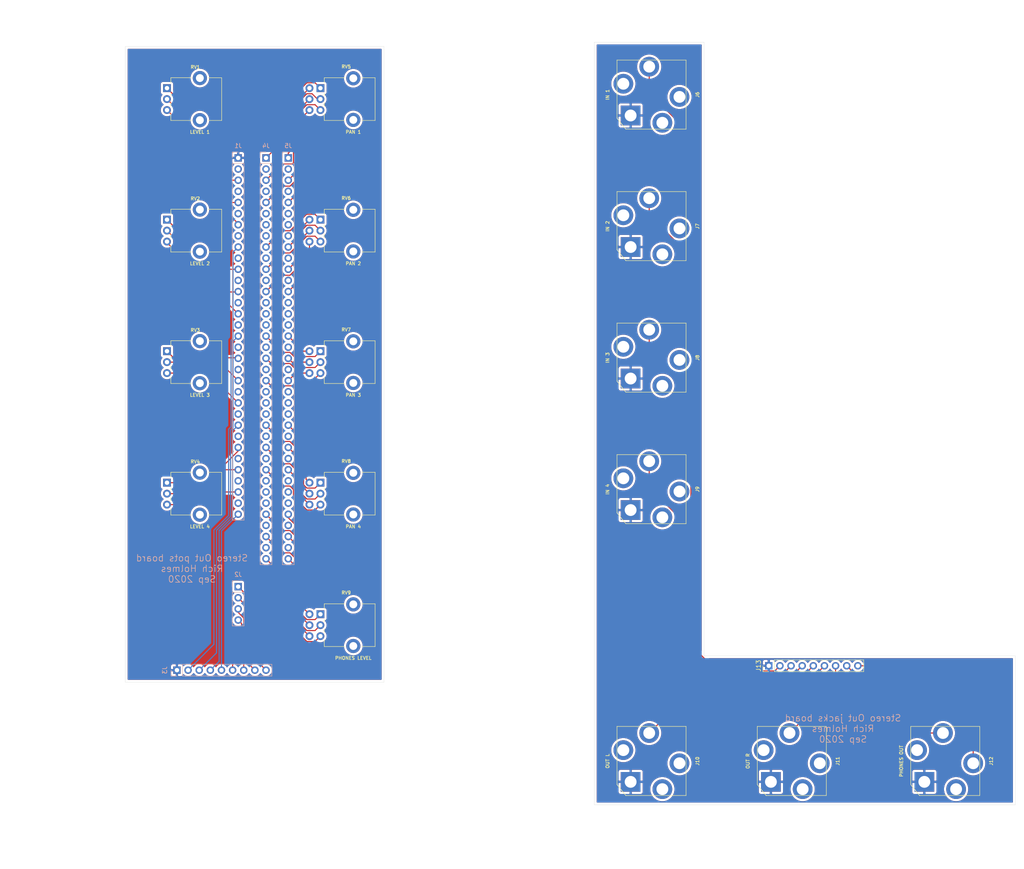
<source format=kicad_pcb>
(kicad_pcb (version 20171130) (host pcbnew 5.1.6-c6e7f7d~87~ubuntu20.04.1)
  (layers (0 F.Cu signal) (31 B.Cu signal) (34 B.Paste user) (35 F.Paste user) (36 B.SilkS user) (37 F.SilkS user) (38 B.Mask user) (39 F.Mask user) (44 Edge.Cuts user))
  (net 0 "")
  (net 1 /IN4)
  (net 2 "Net-(J1-Pad32)")
  (net 3 /LEV4_3)
  (net 4 "Net-(J1-Pad30)")
  (net 5 /LEV4_2)
  (net 6 "Net-(J1-Pad28)")
  (net 7 /LEV4_1)
  (net 8 "Net-(J1-Pad26)")
  (net 9 /IN3)
  (net 10 "Net-(J1-Pad24)")
  (net 11 /LEV3_3)
  (net 12 "Net-(J1-Pad22)")
  (net 13 /LEV3_2)
  (net 14 "Net-(J1-Pad20)")
  (net 15 /LEV3_1)
  (net 16 "Net-(J1-Pad18)")
  (net 17 /IN2)
  (net 18 "Net-(J1-Pad16)")
  (net 19 /LEV2_3)
  (net 20 "Net-(J1-Pad14)")
  (net 21 /LEV2_2)
  (net 22 "Net-(J1-Pad12)")
  (net 23 /LEV2_1)
  (net 24 "Net-(J1-Pad10)")
  (net 25 /IN1)
  (net 26 "Net-(J1-Pad8)")
  (net 27 /LEV1_3)
  (net 28 "Net-(J1-Pad6)")
  (net 29 /LEV1_2)
  (net 30 "Net-(J1-Pad4)")
  (net 31 /LEV1_1)
  (net 32 "Net-(J1-Pad2)")
  (net 33 GND)
  (net 34 /LO)
  (net 35 /RO)
  (net 36 /HL)
  (net 37 /HR)
  (net 38 /HVOL1_3)
  (net 39 "Net-(J4-Pad28)")
  (net 40 /HVOL1_2)
  (net 41 "Net-(J4-Pad26)")
  (net 42 /HVOL1_1)
  (net 43 "Net-(J4-Pad24)")
  (net 44 /PAN4_3)
  (net 45 "Net-(J4-Pad22)")
  (net 46 /PAN4_2)
  (net 47 "Net-(J4-Pad20)")
  (net 48 /PAN4_1)
  (net 49 "Net-(J4-Pad18)")
  (net 50 /PAN3_3)
  (net 51 "Net-(J4-Pad16)")
  (net 52 /PAN3_2)
  (net 53 "Net-(J4-Pad14)")
  (net 54 /PAN3_1)
  (net 55 "Net-(J4-Pad12)")
  (net 56 /PAN2_3)
  (net 57 "Net-(J4-Pad10)")
  (net 58 /PAN2_2)
  (net 59 "Net-(J4-Pad8)")
  (net 60 /PAN2_1)
  (net 61 "Net-(J4-Pad6)")
  (net 62 /PAN1_3)
  (net 63 "Net-(J4-Pad4)")
  (net 64 /PAN1_2)
  (net 65 "Net-(J4-Pad2)")
  (net 66 /PAN1_1)
  (net 67 /HVOL1_6)
  (net 68 "Net-(J5-Pad28)")
  (net 69 /HVOL1_5)
  (net 70 "Net-(J5-Pad26)")
  (net 71 /HVOL1_4)
  (net 72 "Net-(J5-Pad24)")
  (net 73 /PAN4_6)
  (net 74 "Net-(J5-Pad22)")
  (net 75 /PAN4_5)
  (net 76 "Net-(J5-Pad20)")
  (net 77 /PAN4_4)
  (net 78 "Net-(J5-Pad18)")
  (net 79 /PAN3_6)
  (net 80 "Net-(J5-Pad16)")
  (net 81 /PAN3_5)
  (net 82 "Net-(J5-Pad14)")
  (net 83 /PAN3_4)
  (net 84 "Net-(J5-Pad12)")
  (net 85 /PAN2_6)
  (net 86 "Net-(J5-Pad10)")
  (net 87 /PAN2_5)
  (net 88 "Net-(J5-Pad8)")
  (net 89 /PAN2_4)
  (net 90 "Net-(J5-Pad6)")
  (net 91 /PAN1_6)
  (net 92 "Net-(J5-Pad4)")
  (net 93 /PAN1_5)
  (net 94 "Net-(J5-Pad2)")
  (net 95 /PAN1_4)
  (net 96 "Net-(J4-Pad36)")
  (net 97 "Net-(J4-Pad34)")
  (net 98 "Net-(J4-Pad32)")
  (net 99 "Net-(J4-Pad31)")
  (net 100 "Net-(J4-Pad30)")
  (net 101 "Net-(J4-Pad23)")
  (net 102 "Net-(J4-Pad15)")
  (net 103 "Net-(J4-Pad7)")
  (net 104 "Net-(J5-Pad36)")
  (net 105 "Net-(J5-Pad34)")
  (net 106 "Net-(J5-Pad32)")
  (net 107 "Net-(J5-Pad31)")
  (net 108 "Net-(J5-Pad30)")
  (net 109 "Net-(J5-Pad15)")
  (net 110 "Net-(J5-Pad7)")
  (net 111 "Net-(J13-Pad2)")
  (net 112 "Net-(J13-Pad3)")
  (net 113 "Net-(J13-Pad4)")
  (net 114 "Net-(J13-Pad5)")
  (net 115 "Net-(J10-PadT)")
  (net 116 "Net-(J11-PadT)")
  (net 117 "Net-(J12-PadR)")
  (net 118 "Net-(J12-PadT)")
  (net 119 "Net-(J5-Pad23)")
  (module ao_tht:Jack_6.35mm_PJ_629HAN (layer F.Cu) (at 165 56 270)
    (fp_text reference J7 (at 0 -10.5 90) (layer F.SilkS) (effects (font (size 0.75 0.75))))
    (fp_text value AudioJack2)
    (fp_text user "IN 2" (at 0 10 90) (layer F.SilkS) (effects (font (size 0.75 0.75))))
    (pad RN thru_hole circle (at 6.4 -2.5 270) (size 4.500001 4.500001) (drill 2.7) (layers *.Cu *.Mask))
    (pad TN thru_hole circle (at -2.5 6.4 270) (size 4.5 4.5) (drill 2.7) (layers *.Cu *.Mask))
    (pad R thru_hole circle (at 0.5 -6.4 270) (size 4.500001 4.500001) (drill 2.7) (layers *.Cu *.Mask))
    (pad S thru_hole rect (at 4.74 4.74 270) (size 4.500001 4.500001) (drill 2.7) (layers *.Cu *.Mask) (net 33 GND))
    (pad T thru_hole circle (at -6.4 0.5 270) (size 4.5 4.5) (drill 2.7) (layers *.Cu *.Mask) (net 112 "Net-(J13-Pad3)"))
  )
  (module Connector_PinHeader_2.54mm:PinHeader_1x09_P2.54mm_Vertical (layer F.Cu) (at 191.77 156.26 90)
    (fp_text reference J13 (at 0 -2.33 90) (layer F.SilkS))
    (fp_text value Conn_01x09)
    (pad 9 thru_hole oval (at 0 20.32 90) (size 1.7 1.7) (drill 1) (layers *.Cu *.Mask) (net 117 "Net-(J12-PadR)"))
    (pad 8 thru_hole oval (at 0 17.78 90) (size 1.7 1.7) (drill 1) (layers *.Cu *.Mask) (net 118 "Net-(J12-PadT)"))
    (pad 7 thru_hole oval (at 0 15.24 90) (size 1.7 1.7) (drill 1) (layers *.Cu *.Mask) (net 116 "Net-(J11-PadT)"))
    (pad 6 thru_hole oval (at 0 12.7 90) (size 1.7 1.7) (drill 1) (layers *.Cu *.Mask) (net 115 "Net-(J10-PadT)"))
    (pad 5 thru_hole oval (at 0 10.16 90) (size 1.7 1.7) (drill 1) (layers *.Cu *.Mask) (net 114 "Net-(J13-Pad5)"))
    (pad 4 thru_hole oval (at 0 7.62 90) (size 1.7 1.7) (drill 1) (layers *.Cu *.Mask) (net 113 "Net-(J13-Pad4)"))
    (pad 3 thru_hole oval (at 0 5.08 90) (size 1.7 1.7) (drill 1) (layers *.Cu *.Mask) (net 112 "Net-(J13-Pad3)"))
    (pad 2 thru_hole oval (at 0 2.54 90) (size 1.7 1.7) (drill 1) (layers *.Cu *.Mask) (net 111 "Net-(J13-Pad2)"))
    (pad 1 thru_hole rect (at 0 0 90) (size 1.7 1.7) (drill 1) (layers *.Cu *.Mask) (net 33 GND))
  )
  (module ao_tht:Jack_6.35mm_PJ_629HAN (layer F.Cu) (at 165 178 270)
    (fp_text reference J10 (at 0 -10.5 90) (layer F.SilkS) (effects (font (size 0.75 0.75))))
    (fp_text value AudioJack2)
    (fp_text user "OUT L" (at 0 10 90) (layer F.SilkS) (effects (font (size 0.75 0.75))))
    (pad RN thru_hole circle (at 6.4 -2.5 270) (size 4.500001 4.500001) (drill 2.7) (layers *.Cu *.Mask))
    (pad TN thru_hole circle (at -2.5 6.4 270) (size 4.5 4.5) (drill 2.7) (layers *.Cu *.Mask))
    (pad R thru_hole circle (at 0.5 -6.4 270) (size 4.500001 4.500001) (drill 2.7) (layers *.Cu *.Mask))
    (pad S thru_hole rect (at 4.74 4.74 270) (size 4.500001 4.500001) (drill 2.7) (layers *.Cu *.Mask) (net 33 GND))
    (pad T thru_hole circle (at -6.4 0.5 270) (size 4.5 4.5) (drill 2.7) (layers *.Cu *.Mask) (net 115 "Net-(J10-PadT)"))
  )
  (module ao_tht:Jack_6.35mm_PJ_629HAN (layer F.Cu) (at 165 26 270)
    (fp_text reference J6 (at 0 -10.5 90) (layer F.SilkS) (effects (font (size 0.75 0.75))))
    (fp_text value AudioJack2)
    (fp_text user "IN 1" (at 0 10 90) (layer F.SilkS) (effects (font (size 0.75 0.75))))
    (pad RN thru_hole circle (at 6.4 -2.5 270) (size 4.500001 4.500001) (drill 2.7) (layers *.Cu *.Mask))
    (pad TN thru_hole circle (at -2.5 6.4 270) (size 4.5 4.5) (drill 2.7) (layers *.Cu *.Mask))
    (pad R thru_hole circle (at 0.5 -6.4 270) (size 4.500001 4.500001) (drill 2.7) (layers *.Cu *.Mask))
    (pad S thru_hole rect (at 4.74 4.74 270) (size 4.500001 4.500001) (drill 2.7) (layers *.Cu *.Mask) (net 33 GND))
    (pad T thru_hole circle (at -6.4 0.5 270) (size 4.5 4.5) (drill 2.7) (layers *.Cu *.Mask) (net 111 "Net-(J13-Pad2)"))
  )
  (module ao_tht:Jack_6.35mm_PJ_629HAN (layer F.Cu) (at 165 116 270)
    (fp_text reference J9 (at 0 -10.5 90) (layer F.SilkS) (effects (font (size 0.75 0.75))))
    (fp_text value AudioJack2)
    (fp_text user "IN 4" (at 0 10 90) (layer F.SilkS) (effects (font (size 0.75 0.75))))
    (pad RN thru_hole circle (at 6.4 -2.5 270) (size 4.500001 4.500001) (drill 2.7) (layers *.Cu *.Mask))
    (pad TN thru_hole circle (at -2.5 6.4 270) (size 4.5 4.5) (drill 2.7) (layers *.Cu *.Mask))
    (pad R thru_hole circle (at 0.5 -6.4 270) (size 4.500001 4.500001) (drill 2.7) (layers *.Cu *.Mask))
    (pad S thru_hole rect (at 4.74 4.74 270) (size 4.500001 4.500001) (drill 2.7) (layers *.Cu *.Mask) (net 33 GND))
    (pad T thru_hole circle (at -6.4 0.5 270) (size 4.5 4.5) (drill 2.7) (layers *.Cu *.Mask) (net 114 "Net-(J13-Pad5)"))
  )
  (module ao_tht:Jack_6.35mm_PJ_629HAN (layer F.Cu) (at 232 178 270)
    (fp_text reference J12 (at 0 -10.5 90) (layer F.SilkS) (effects (font (size 0.75 0.75))))
    (fp_text value AudioJack3)
    (fp_text user "PHONES OUT" (at 0 10 90) (layer F.SilkS) (effects (font (size 0.75 0.75))))
    (pad RN thru_hole circle (at 6.4 -2.5 270) (size 4.500001 4.500001) (drill 2.7) (layers *.Cu *.Mask))
    (pad TN thru_hole circle (at -2.5 6.4 270) (size 4.5 4.5) (drill 2.7) (layers *.Cu *.Mask))
    (pad R thru_hole circle (at 0.5 -6.4 270) (size 4.500001 4.500001) (drill 2.7) (layers *.Cu *.Mask) (net 117 "Net-(J12-PadR)"))
    (pad S thru_hole rect (at 4.74 4.74 270) (size 4.500001 4.500001) (drill 2.7) (layers *.Cu *.Mask) (net 33 GND))
    (pad T thru_hole circle (at -6.4 0.5 270) (size 4.5 4.5) (drill 2.7) (layers *.Cu *.Mask) (net 118 "Net-(J12-PadT)"))
  )
  (module ao_tht:Jack_6.35mm_PJ_629HAN (layer F.Cu) (at 165 86 270)
    (fp_text reference J8 (at 0 -10.5 90) (layer F.SilkS) (effects (font (size 0.75 0.75))))
    (fp_text value AudioJack2)
    (fp_text user "IN 3" (at 0 10 90) (layer F.SilkS) (effects (font (size 0.75 0.75))))
    (pad RN thru_hole circle (at 6.4 -2.5 270) (size 4.500001 4.500001) (drill 2.7) (layers *.Cu *.Mask))
    (pad TN thru_hole circle (at -2.5 6.4 270) (size 4.5 4.5) (drill 2.7) (layers *.Cu *.Mask))
    (pad R thru_hole circle (at 0.5 -6.4 270) (size 4.500001 4.500001) (drill 2.7) (layers *.Cu *.Mask))
    (pad S thru_hole rect (at 4.74 4.74 270) (size 4.500001 4.500001) (drill 2.7) (layers *.Cu *.Mask) (net 33 GND))
    (pad T thru_hole circle (at -6.4 0.5 270) (size 4.5 4.5) (drill 2.7) (layers *.Cu *.Mask) (net 113 "Net-(J13-Pad4)"))
  )
  (module ao_tht:Jack_6.35mm_PJ_629HAN (layer F.Cu) (at 197 178 270)
    (fp_text reference J11 (at 0 -10.5 90) (layer F.SilkS) (effects (font (size 0.75 0.75))))
    (fp_text value AudioJack2)
    (fp_text user "OUT R" (at 0 10 90) (layer F.SilkS) (effects (font (size 0.75 0.75))))
    (pad RN thru_hole circle (at 6.4 -2.5 270) (size 4.500001 4.500001) (drill 2.7) (layers *.Cu *.Mask))
    (pad TN thru_hole circle (at -2.5 6.4 270) (size 4.5 4.5) (drill 2.7) (layers *.Cu *.Mask))
    (pad R thru_hole circle (at 0.5 -6.4 270) (size 4.500001 4.500001) (drill 2.7) (layers *.Cu *.Mask))
    (pad S thru_hole rect (at 4.74 4.74 270) (size 4.500001 4.500001) (drill 2.7) (layers *.Cu *.Mask) (net 33 GND))
    (pad T thru_hole circle (at -6.4 0.5 270) (size 4.5 4.5) (drill 2.7) (layers *.Cu *.Mask) (net 116 "Net-(J11-PadT)"))
  )
  (module ao_tht:Potentiometer_Alpha_RD902F-40-00D_Dual_Vertical_CircularHoles_centered (layer F.Cu) (at 97 57)
    (fp_text reference RV6 (at -1.63 -7.4 180) (layer F.SilkS) (effects (font (size 0.75 0.75))))
    (fp_text value R_POT)
    (fp_text user "PAN 2" (at 0 7.5) (layer F.SilkS) (effects (font (size 0.75 0.75))))
    (pad 1 thru_hole rect (at -7.5 -2.5 90) (size 1.8 1.8) (drill 1) (layers *.Cu *.Mask) (net 60 /PAN2_1))
    (pad 2 thru_hole circle (at -7.5 0 90) (size 1.8 1.8) (drill 1) (layers *.Cu *.Mask) (net 58 /PAN2_2))
    (pad 3 thru_hole circle (at -7.5 2.5 90) (size 1.8 1.8) (drill 1) (layers *.Cu *.Mask) (net 56 /PAN2_3))
    (pad "" thru_hole circle (at 0 4.75 90) (size 3.24 3.24) (drill 1.8) (layers *.Cu *.Mask))
    (pad "" thru_hole circle (at 0 -4.75 90) (size 3.24 3.24) (drill 1.8) (layers *.Cu *.Mask))
    (pad 6 thru_hole circle (at -10 2.5 90) (size 1.8 1.8) (drill 1) (layers *.Cu *.Mask) (net 85 /PAN2_6))
    (pad 5 thru_hole circle (at -10 0 90) (size 1.8 1.8) (drill 1) (layers *.Cu *.Mask) (net 87 /PAN2_5))
    (pad 4 thru_hole circle (at -10 -2.5 90) (size 1.8 1.8) (drill 1) (layers *.Cu *.Mask) (net 89 /PAN2_4))
  )
  (module Connector_PinSocket_2.54mm:PinSocket_1x09_P2.54mm_Vertical (layer B.Cu) (at 56.77 157.26 270)
    (fp_text reference J3 (at 0 2.77 270) (layer B.SilkS) (effects (justify mirror)))
    (fp_text value Conn_01x09)
    (pad 1 thru_hole rect (at 0 0 270) (size 1.7 1.7) (drill 1) (layers *.Cu *.Mask) (net 33 GND))
    (pad 2 thru_hole oval (at 0 -2.54 270) (size 1.7 1.7) (drill 1) (layers *.Cu *.Mask) (net 25 /IN1))
    (pad 3 thru_hole oval (at 0 -5.08 270) (size 1.7 1.7) (drill 1) (layers *.Cu *.Mask) (net 17 /IN2))
    (pad 4 thru_hole oval (at 0 -7.62 270) (size 1.7 1.7) (drill 1) (layers *.Cu *.Mask) (net 9 /IN3))
    (pad 5 thru_hole oval (at 0 -10.16 270) (size 1.7 1.7) (drill 1) (layers *.Cu *.Mask) (net 1 /IN4))
    (pad 6 thru_hole oval (at 0 -12.7 270) (size 1.7 1.7) (drill 1) (layers *.Cu *.Mask) (net 34 /LO))
    (pad 7 thru_hole oval (at 0 -15.24 270) (size 1.7 1.7) (drill 1) (layers *.Cu *.Mask) (net 35 /RO))
    (pad 8 thru_hole oval (at 0 -17.78 270) (size 1.7 1.7) (drill 1) (layers *.Cu *.Mask) (net 36 /HL))
    (pad 9 thru_hole oval (at 0 -20.32 270) (size 1.7 1.7) (drill 1) (layers *.Cu *.Mask) (net 37 /HR))
  )
  (module ao_tht:Potentiometer_Alpha_RD902F-40-00D_Dual_Vertical_CircularHoles_centered (layer F.Cu) (at 97 87)
    (fp_text reference RV7 (at -1.63 -7.4 180) (layer F.SilkS) (effects (font (size 0.75 0.75))))
    (fp_text value R_POT)
    (fp_text user "PAN 3" (at 0 7.5) (layer F.SilkS) (effects (font (size 0.75 0.75))))
    (pad 1 thru_hole rect (at -7.5 -2.5 90) (size 1.8 1.8) (drill 1) (layers *.Cu *.Mask) (net 54 /PAN3_1))
    (pad 2 thru_hole circle (at -7.5 0 90) (size 1.8 1.8) (drill 1) (layers *.Cu *.Mask) (net 52 /PAN3_2))
    (pad 3 thru_hole circle (at -7.5 2.5 90) (size 1.8 1.8) (drill 1) (layers *.Cu *.Mask) (net 50 /PAN3_3))
    (pad "" thru_hole circle (at 0 4.75 90) (size 3.24 3.24) (drill 1.8) (layers *.Cu *.Mask))
    (pad "" thru_hole circle (at 0 -4.75 90) (size 3.24 3.24) (drill 1.8) (layers *.Cu *.Mask))
    (pad 6 thru_hole circle (at -10 2.5 90) (size 1.8 1.8) (drill 1) (layers *.Cu *.Mask) (net 79 /PAN3_6))
    (pad 5 thru_hole circle (at -10 0 90) (size 1.8 1.8) (drill 1) (layers *.Cu *.Mask) (net 81 /PAN3_5))
    (pad 4 thru_hole circle (at -10 -2.5 90) (size 1.8 1.8) (drill 1) (layers *.Cu *.Mask) (net 83 /PAN3_4))
  )
  (module ao_tht:Potentiometer_Alpha_RD902F-40-00D_Dual_Vertical_CircularHoles_centered (layer F.Cu) (at 97 147)
    (fp_text reference RV9 (at -1.63 -7.4 180) (layer F.SilkS) (effects (font (size 0.75 0.75))))
    (fp_text value R_POT)
    (fp_text user "PHONES LEVEL" (at 0 7.5) (layer F.SilkS) (effects (font (size 0.75 0.75))))
    (pad 1 thru_hole rect (at -7.5 -2.5 90) (size 1.8 1.8) (drill 1) (layers *.Cu *.Mask) (net 42 /HVOL1_1))
    (pad 2 thru_hole circle (at -7.5 0 90) (size 1.8 1.8) (drill 1) (layers *.Cu *.Mask) (net 40 /HVOL1_2))
    (pad 3 thru_hole circle (at -7.5 2.5 90) (size 1.8 1.8) (drill 1) (layers *.Cu *.Mask) (net 38 /HVOL1_3))
    (pad "" thru_hole circle (at 0 4.75 90) (size 3.24 3.24) (drill 1.8) (layers *.Cu *.Mask))
    (pad "" thru_hole circle (at 0 -4.75 90) (size 3.24 3.24) (drill 1.8) (layers *.Cu *.Mask))
    (pad 6 thru_hole circle (at -10 2.5 90) (size 1.8 1.8) (drill 1) (layers *.Cu *.Mask) (net 67 /HVOL1_6))
    (pad 5 thru_hole circle (at -10 0 90) (size 1.8 1.8) (drill 1) (layers *.Cu *.Mask) (net 69 /HVOL1_5))
    (pad 4 thru_hole circle (at -10 -2.5 90) (size 1.8 1.8) (drill 1) (layers *.Cu *.Mask) (net 71 /HVOL1_4))
  )
  (module Connector_PinSocket_2.54mm:PinSocket_1x37_P2.54mm_Vertical (layer B.Cu) (at 82.17 40.42 180)
    (fp_text reference J5 (at 0 2.77) (layer B.SilkS) (effects (justify mirror)))
    (fp_text value Conn_01x37)
    (pad 1 thru_hole rect (at 0 0 180) (size 1.7 1.7) (drill 1) (layers *.Cu *.Mask) (net 95 /PAN1_4))
    (pad 2 thru_hole oval (at 0 -2.54 180) (size 1.7 1.7) (drill 1) (layers *.Cu *.Mask) (net 94 "Net-(J5-Pad2)"))
    (pad 3 thru_hole oval (at 0 -5.08 180) (size 1.7 1.7) (drill 1) (layers *.Cu *.Mask) (net 93 /PAN1_5))
    (pad 4 thru_hole oval (at 0 -7.62 180) (size 1.7 1.7) (drill 1) (layers *.Cu *.Mask) (net 92 "Net-(J5-Pad4)"))
    (pad 5 thru_hole oval (at 0 -10.16 180) (size 1.7 1.7) (drill 1) (layers *.Cu *.Mask) (net 91 /PAN1_6))
    (pad 6 thru_hole oval (at 0 -12.7 180) (size 1.7 1.7) (drill 1) (layers *.Cu *.Mask) (net 90 "Net-(J5-Pad6)"))
    (pad 7 thru_hole oval (at 0 -15.24 180) (size 1.7 1.7) (drill 1) (layers *.Cu *.Mask) (net 110 "Net-(J5-Pad7)"))
    (pad 8 thru_hole oval (at 0 -17.78 180) (size 1.7 1.7) (drill 1) (layers *.Cu *.Mask) (net 88 "Net-(J5-Pad8)"))
    (pad 9 thru_hole oval (at 0 -20.32 180) (size 1.7 1.7) (drill 1) (layers *.Cu *.Mask) (net 89 /PAN2_4))
    (pad 10 thru_hole oval (at 0 -22.86 180) (size 1.7 1.7) (drill 1) (layers *.Cu *.Mask) (net 86 "Net-(J5-Pad10)"))
    (pad 11 thru_hole oval (at 0 -25.4 180) (size 1.7 1.7) (drill 1) (layers *.Cu *.Mask) (net 87 /PAN2_5))
    (pad 12 thru_hole oval (at 0 -27.94 180) (size 1.7 1.7) (drill 1) (layers *.Cu *.Mask) (net 84 "Net-(J5-Pad12)"))
    (pad 13 thru_hole oval (at 0 -30.48 180) (size 1.7 1.7) (drill 1) (layers *.Cu *.Mask) (net 85 /PAN2_6))
    (pad 14 thru_hole oval (at 0 -33.02 180) (size 1.7 1.7) (drill 1) (layers *.Cu *.Mask) (net 82 "Net-(J5-Pad14)"))
    (pad 15 thru_hole oval (at 0 -35.56 180) (size 1.7 1.7) (drill 1) (layers *.Cu *.Mask) (net 109 "Net-(J5-Pad15)"))
    (pad 16 thru_hole oval (at 0 -38.1 180) (size 1.7 1.7) (drill 1) (layers *.Cu *.Mask) (net 80 "Net-(J5-Pad16)"))
    (pad 17 thru_hole oval (at 0 -40.64 180) (size 1.7 1.7) (drill 1) (layers *.Cu *.Mask) (net 83 /PAN3_4))
    (pad 18 thru_hole oval (at 0 -43.18 180) (size 1.7 1.7) (drill 1) (layers *.Cu *.Mask) (net 78 "Net-(J5-Pad18)"))
    (pad 19 thru_hole oval (at 0 -45.72 180) (size 1.7 1.7) (drill 1) (layers *.Cu *.Mask) (net 81 /PAN3_5))
    (pad 20 thru_hole oval (at 0 -48.26 180) (size 1.7 1.7) (drill 1) (layers *.Cu *.Mask) (net 76 "Net-(J5-Pad20)"))
    (pad 21 thru_hole oval (at 0 -50.8 180) (size 1.7 1.7) (drill 1) (layers *.Cu *.Mask) (net 79 /PAN3_6))
    (pad 22 thru_hole oval (at 0 -53.34 180) (size 1.7 1.7) (drill 1) (layers *.Cu *.Mask) (net 74 "Net-(J5-Pad22)"))
    (pad 23 thru_hole oval (at 0 -55.88 180) (size 1.7 1.7) (drill 1) (layers *.Cu *.Mask) (net 119 "Net-(J5-Pad23)"))
    (pad 24 thru_hole oval (at 0 -58.42 180) (size 1.7 1.7) (drill 1) (layers *.Cu *.Mask) (net 72 "Net-(J5-Pad24)"))
    (pad 25 thru_hole oval (at 0 -60.96 180) (size 1.7 1.7) (drill 1) (layers *.Cu *.Mask) (net 77 /PAN4_4))
    (pad 26 thru_hole oval (at 0 -63.5 180) (size 1.7 1.7) (drill 1) (layers *.Cu *.Mask) (net 70 "Net-(J5-Pad26)"))
    (pad 27 thru_hole oval (at 0 -66.04 180) (size 1.7 1.7) (drill 1) (layers *.Cu *.Mask) (net 75 /PAN4_5))
    (pad 28 thru_hole oval (at 0 -68.58 180) (size 1.7 1.7) (drill 1) (layers *.Cu *.Mask) (net 68 "Net-(J5-Pad28)"))
    (pad 29 thru_hole oval (at 0 -71.12 180) (size 1.7 1.7) (drill 1) (layers *.Cu *.Mask) (net 73 /PAN4_6))
    (pad 30 thru_hole oval (at 0 -73.66 180) (size 1.7 1.7) (drill 1) (layers *.Cu *.Mask) (net 108 "Net-(J5-Pad30)"))
    (pad 31 thru_hole oval (at 0 -76.2 180) (size 1.7 1.7) (drill 1) (layers *.Cu *.Mask) (net 107 "Net-(J5-Pad31)"))
    (pad 32 thru_hole oval (at 0 -78.74 180) (size 1.7 1.7) (drill 1) (layers *.Cu *.Mask) (net 106 "Net-(J5-Pad32)"))
    (pad 33 thru_hole oval (at 0 -81.28 180) (size 1.7 1.7) (drill 1) (layers *.Cu *.Mask) (net 71 /HVOL1_4))
    (pad 34 thru_hole oval (at 0 -83.82 180) (size 1.7 1.7) (drill 1) (layers *.Cu *.Mask) (net 105 "Net-(J5-Pad34)"))
    (pad 35 thru_hole oval (at 0 -86.36 180) (size 1.7 1.7) (drill 1) (layers *.Cu *.Mask) (net 69 /HVOL1_5))
    (pad 36 thru_hole oval (at 0 -88.9 180) (size 1.7 1.7) (drill 1) (layers *.Cu *.Mask) (net 104 "Net-(J5-Pad36)"))
    (pad 37 thru_hole oval (at 0 -91.44 180) (size 1.7 1.7) (drill 1) (layers *.Cu *.Mask) (net 67 /HVOL1_6))
  )
  (module Connector_PinSocket_2.54mm:PinSocket_1x37_P2.54mm_Vertical (layer B.Cu) (at 77.09 40.42 180)
    (fp_text reference J4 (at 0 2.77) (layer B.SilkS) (effects (justify mirror)))
    (fp_text value Conn_01x37)
    (pad 37 thru_hole oval (at 0 -91.44 180) (size 1.7 1.7) (drill 1) (layers *.Cu *.Mask) (net 38 /HVOL1_3))
    (pad 36 thru_hole oval (at 0 -88.9 180) (size 1.7 1.7) (drill 1) (layers *.Cu *.Mask) (net 96 "Net-(J4-Pad36)"))
    (pad 35 thru_hole oval (at 0 -86.36 180) (size 1.7 1.7) (drill 1) (layers *.Cu *.Mask) (net 40 /HVOL1_2))
    (pad 34 thru_hole oval (at 0 -83.82 180) (size 1.7 1.7) (drill 1) (layers *.Cu *.Mask) (net 97 "Net-(J4-Pad34)"))
    (pad 33 thru_hole oval (at 0 -81.28 180) (size 1.7 1.7) (drill 1) (layers *.Cu *.Mask) (net 42 /HVOL1_1))
    (pad 32 thru_hole oval (at 0 -78.74 180) (size 1.7 1.7) (drill 1) (layers *.Cu *.Mask) (net 98 "Net-(J4-Pad32)"))
    (pad 31 thru_hole oval (at 0 -76.2 180) (size 1.7 1.7) (drill 1) (layers *.Cu *.Mask) (net 99 "Net-(J4-Pad31)"))
    (pad 30 thru_hole oval (at 0 -73.66 180) (size 1.7 1.7) (drill 1) (layers *.Cu *.Mask) (net 100 "Net-(J4-Pad30)"))
    (pad 29 thru_hole oval (at 0 -71.12 180) (size 1.7 1.7) (drill 1) (layers *.Cu *.Mask) (net 44 /PAN4_3))
    (pad 28 thru_hole oval (at 0 -68.58 180) (size 1.7 1.7) (drill 1) (layers *.Cu *.Mask) (net 39 "Net-(J4-Pad28)"))
    (pad 27 thru_hole oval (at 0 -66.04 180) (size 1.7 1.7) (drill 1) (layers *.Cu *.Mask) (net 46 /PAN4_2))
    (pad 26 thru_hole oval (at 0 -63.5 180) (size 1.7 1.7) (drill 1) (layers *.Cu *.Mask) (net 41 "Net-(J4-Pad26)"))
    (pad 25 thru_hole oval (at 0 -60.96 180) (size 1.7 1.7) (drill 1) (layers *.Cu *.Mask) (net 48 /PAN4_1))
    (pad 24 thru_hole oval (at 0 -58.42 180) (size 1.7 1.7) (drill 1) (layers *.Cu *.Mask) (net 43 "Net-(J4-Pad24)"))
    (pad 23 thru_hole oval (at 0 -55.88 180) (size 1.7 1.7) (drill 1) (layers *.Cu *.Mask) (net 101 "Net-(J4-Pad23)"))
    (pad 22 thru_hole oval (at 0 -53.34 180) (size 1.7 1.7) (drill 1) (layers *.Cu *.Mask) (net 45 "Net-(J4-Pad22)"))
    (pad 21 thru_hole oval (at 0 -50.8 180) (size 1.7 1.7) (drill 1) (layers *.Cu *.Mask) (net 50 /PAN3_3))
    (pad 20 thru_hole oval (at 0 -48.26 180) (size 1.7 1.7) (drill 1) (layers *.Cu *.Mask) (net 47 "Net-(J4-Pad20)"))
    (pad 19 thru_hole oval (at 0 -45.72 180) (size 1.7 1.7) (drill 1) (layers *.Cu *.Mask) (net 52 /PAN3_2))
    (pad 18 thru_hole oval (at 0 -43.18 180) (size 1.7 1.7) (drill 1) (layers *.Cu *.Mask) (net 49 "Net-(J4-Pad18)"))
    (pad 17 thru_hole oval (at 0 -40.64 180) (size 1.7 1.7) (drill 1) (layers *.Cu *.Mask) (net 54 /PAN3_1))
    (pad 16 thru_hole oval (at 0 -38.1 180) (size 1.7 1.7) (drill 1) (layers *.Cu *.Mask) (net 51 "Net-(J4-Pad16)"))
    (pad 15 thru_hole oval (at 0 -35.56 180) (size 1.7 1.7) (drill 1) (layers *.Cu *.Mask) (net 102 "Net-(J4-Pad15)"))
    (pad 14 thru_hole oval (at 0 -33.02 180) (size 1.7 1.7) (drill 1) (layers *.Cu *.Mask) (net 53 "Net-(J4-Pad14)"))
    (pad 13 thru_hole oval (at 0 -30.48 180) (size 1.7 1.7) (drill 1) (layers *.Cu *.Mask) (net 56 /PAN2_3))
    (pad 12 thru_hole oval (at 0 -27.94 180) (size 1.7 1.7) (drill 1) (layers *.Cu *.Mask) (net 55 "Net-(J4-Pad12)"))
    (pad 11 thru_hole oval (at 0 -25.4 180) (size 1.7 1.7) (drill 1) (layers *.Cu *.Mask) (net 58 /PAN2_2))
    (pad 10 thru_hole oval (at 0 -22.86 180) (size 1.7 1.7) (drill 1) (layers *.Cu *.Mask) (net 57 "Net-(J4-Pad10)"))
    (pad 9 thru_hole oval (at 0 -20.32 180) (size 1.7 1.7) (drill 1) (layers *.Cu *.Mask) (net 60 /PAN2_1))
    (pad 8 thru_hole oval (at 0 -17.78 180) (size 1.7 1.7) (drill 1) (layers *.Cu *.Mask) (net 59 "Net-(J4-Pad8)"))
    (pad 7 thru_hole oval (at 0 -15.24 180) (size 1.7 1.7) (drill 1) (layers *.Cu *.Mask) (net 103 "Net-(J4-Pad7)"))
    (pad 6 thru_hole oval (at 0 -12.7 180) (size 1.7 1.7) (drill 1) (layers *.Cu *.Mask) (net 61 "Net-(J4-Pad6)"))
    (pad 5 thru_hole oval (at 0 -10.16 180) (size 1.7 1.7) (drill 1) (layers *.Cu *.Mask) (net 62 /PAN1_3))
    (pad 4 thru_hole oval (at 0 -7.62 180) (size 1.7 1.7) (drill 1) (layers *.Cu *.Mask) (net 63 "Net-(J4-Pad4)"))
    (pad 3 thru_hole oval (at 0 -5.08 180) (size 1.7 1.7) (drill 1) (layers *.Cu *.Mask) (net 64 /PAN1_2))
    (pad 2 thru_hole oval (at 0 -2.54 180) (size 1.7 1.7) (drill 1) (layers *.Cu *.Mask) (net 65 "Net-(J4-Pad2)"))
    (pad 1 thru_hole rect (at 0 0 180) (size 1.7 1.7) (drill 1) (layers *.Cu *.Mask) (net 66 /PAN1_1))
  )
  (module ao_tht:Potentiometer_Alpha_RD901F-40-00D_Single_Vertical_CircularHoles_centered (layer F.Cu) (at 62 27)
    (fp_text reference RV1 (at -1.05 -7.3 180) (layer F.SilkS) (effects (font (size 0.75 0.75))))
    (fp_text value R_POT)
    (fp_text user "LEVEL 1" (at 0 7.5) (layer F.SilkS) (effects (font (size 0.75 0.75))))
    (pad 1 thru_hole rect (at -7.5 -2.5 90) (size 1.8 1.8) (drill 1) (layers *.Cu *.Mask) (net 31 /LEV1_1))
    (pad 2 thru_hole circle (at -7.5 0 90) (size 1.8 1.8) (drill 1) (layers *.Cu *.Mask) (net 29 /LEV1_2))
    (pad 3 thru_hole circle (at -7.5 2.5 90) (size 1.8 1.8) (drill 1) (layers *.Cu *.Mask) (net 27 /LEV1_3))
    (pad "" thru_hole circle (at 0 4.8 90) (size 3.24 3.24) (drill 1.8) (layers *.Cu *.Mask))
    (pad "" thru_hole circle (at 0 -4.8 90) (size 3.24 3.24) (drill 1.8) (layers *.Cu *.Mask))
  )
  (module Connector_PinSocket_2.54mm:PinSocket_1x33_P2.54mm_Vertical (layer B.Cu) (at 70.74 40.42 180)
    (fp_text reference J1 (at 0 2.77) (layer B.SilkS) (effects (justify mirror)))
    (fp_text value Conn_01x33)
    (pad 33 thru_hole oval (at 0 -81.28 180) (size 1.7 1.7) (drill 1) (layers *.Cu *.Mask) (net 1 /IN4))
    (pad 32 thru_hole oval (at 0 -78.74 180) (size 1.7 1.7) (drill 1) (layers *.Cu *.Mask) (net 2 "Net-(J1-Pad32)"))
    (pad 31 thru_hole oval (at 0 -76.2 180) (size 1.7 1.7) (drill 1) (layers *.Cu *.Mask) (net 3 /LEV4_3))
    (pad 30 thru_hole oval (at 0 -73.66 180) (size 1.7 1.7) (drill 1) (layers *.Cu *.Mask) (net 4 "Net-(J1-Pad30)"))
    (pad 29 thru_hole oval (at 0 -71.12 180) (size 1.7 1.7) (drill 1) (layers *.Cu *.Mask) (net 5 /LEV4_2))
    (pad 28 thru_hole oval (at 0 -68.58 180) (size 1.7 1.7) (drill 1) (layers *.Cu *.Mask) (net 6 "Net-(J1-Pad28)"))
    (pad 27 thru_hole oval (at 0 -66.04 180) (size 1.7 1.7) (drill 1) (layers *.Cu *.Mask) (net 7 /LEV4_1))
    (pad 26 thru_hole oval (at 0 -63.5 180) (size 1.7 1.7) (drill 1) (layers *.Cu *.Mask) (net 8 "Net-(J1-Pad26)"))
    (pad 25 thru_hole oval (at 0 -60.96 180) (size 1.7 1.7) (drill 1) (layers *.Cu *.Mask) (net 9 /IN3))
    (pad 24 thru_hole oval (at 0 -58.42 180) (size 1.7 1.7) (drill 1) (layers *.Cu *.Mask) (net 10 "Net-(J1-Pad24)"))
    (pad 23 thru_hole oval (at 0 -55.88 180) (size 1.7 1.7) (drill 1) (layers *.Cu *.Mask) (net 11 /LEV3_3))
    (pad 22 thru_hole oval (at 0 -53.34 180) (size 1.7 1.7) (drill 1) (layers *.Cu *.Mask) (net 12 "Net-(J1-Pad22)"))
    (pad 21 thru_hole oval (at 0 -50.8 180) (size 1.7 1.7) (drill 1) (layers *.Cu *.Mask) (net 13 /LEV3_2))
    (pad 20 thru_hole oval (at 0 -48.26 180) (size 1.7 1.7) (drill 1) (layers *.Cu *.Mask) (net 14 "Net-(J1-Pad20)"))
    (pad 19 thru_hole oval (at 0 -45.72 180) (size 1.7 1.7) (drill 1) (layers *.Cu *.Mask) (net 15 /LEV3_1))
    (pad 18 thru_hole oval (at 0 -43.18 180) (size 1.7 1.7) (drill 1) (layers *.Cu *.Mask) (net 16 "Net-(J1-Pad18)"))
    (pad 17 thru_hole oval (at 0 -40.64 180) (size 1.7 1.7) (drill 1) (layers *.Cu *.Mask) (net 17 /IN2))
    (pad 16 thru_hole oval (at 0 -38.1 180) (size 1.7 1.7) (drill 1) (layers *.Cu *.Mask) (net 18 "Net-(J1-Pad16)"))
    (pad 15 thru_hole oval (at 0 -35.56 180) (size 1.7 1.7) (drill 1) (layers *.Cu *.Mask) (net 19 /LEV2_3))
    (pad 14 thru_hole oval (at 0 -33.02 180) (size 1.7 1.7) (drill 1) (layers *.Cu *.Mask) (net 20 "Net-(J1-Pad14)"))
    (pad 13 thru_hole oval (at 0 -30.48 180) (size 1.7 1.7) (drill 1) (layers *.Cu *.Mask) (net 21 /LEV2_2))
    (pad 12 thru_hole oval (at 0 -27.94 180) (size 1.7 1.7) (drill 1) (layers *.Cu *.Mask) (net 22 "Net-(J1-Pad12)"))
    (pad 11 thru_hole oval (at 0 -25.4 180) (size 1.7 1.7) (drill 1) (layers *.Cu *.Mask) (net 23 /LEV2_1))
    (pad 10 thru_hole oval (at 0 -22.86 180) (size 1.7 1.7) (drill 1) (layers *.Cu *.Mask) (net 24 "Net-(J1-Pad10)"))
    (pad 9 thru_hole oval (at 0 -20.32 180) (size 1.7 1.7) (drill 1) (layers *.Cu *.Mask) (net 25 /IN1))
    (pad 8 thru_hole oval (at 0 -17.78 180) (size 1.7 1.7) (drill 1) (layers *.Cu *.Mask) (net 26 "Net-(J1-Pad8)"))
    (pad 7 thru_hole oval (at 0 -15.24 180) (size 1.7 1.7) (drill 1) (layers *.Cu *.Mask) (net 27 /LEV1_3))
    (pad 6 thru_hole oval (at 0 -12.7 180) (size 1.7 1.7) (drill 1) (layers *.Cu *.Mask) (net 28 "Net-(J1-Pad6)"))
    (pad 5 thru_hole oval (at 0 -10.16 180) (size 1.7 1.7) (drill 1) (layers *.Cu *.Mask) (net 29 /LEV1_2))
    (pad 4 thru_hole oval (at 0 -7.62 180) (size 1.7 1.7) (drill 1) (layers *.Cu *.Mask) (net 30 "Net-(J1-Pad4)"))
    (pad 3 thru_hole oval (at 0 -5.08 180) (size 1.7 1.7) (drill 1) (layers *.Cu *.Mask) (net 31 /LEV1_1))
    (pad 2 thru_hole oval (at 0 -2.54 180) (size 1.7 1.7) (drill 1) (layers *.Cu *.Mask) (net 32 "Net-(J1-Pad2)"))
    (pad 1 thru_hole rect (at 0 0 180) (size 1.7 1.7) (drill 1) (layers *.Cu *.Mask) (net 33 GND))
  )
  (module Connector_PinSocket_2.54mm:PinSocket_1x04_P2.54mm_Vertical (layer B.Cu) (at 70.74 138.21 180)
    (fp_text reference J2 (at 0 2.77) (layer B.SilkS) (effects (justify mirror)))
    (fp_text value Conn_01x04)
    (pad 4 thru_hole oval (at 0 -7.62 180) (size 1.7 1.7) (drill 1) (layers *.Cu *.Mask) (net 34 /LO))
    (pad 3 thru_hole oval (at 0 -5.08 180) (size 1.7 1.7) (drill 1) (layers *.Cu *.Mask) (net 35 /RO))
    (pad 2 thru_hole oval (at 0 -2.54 180) (size 1.7 1.7) (drill 1) (layers *.Cu *.Mask) (net 36 /HL))
    (pad 1 thru_hole rect (at 0 0 180) (size 1.7 1.7) (drill 1) (layers *.Cu *.Mask) (net 37 /HR))
  )
  (module ao_tht:Potentiometer_Alpha_RD901F-40-00D_Single_Vertical_CircularHoles_centered (layer F.Cu) (at 62 57)
    (fp_text reference RV2 (at -1.05 -7.3 180) (layer F.SilkS) (effects (font (size 0.75 0.75))))
    (fp_text value R_POT)
    (fp_text user "LEVEL 2" (at 0 7.5) (layer F.SilkS) (effects (font (size 0.75 0.75))))
    (pad "" thru_hole circle (at 0 -4.8 90) (size 3.24 3.24) (drill 1.8) (layers *.Cu *.Mask))
    (pad "" thru_hole circle (at 0 4.8 90) (size 3.24 3.24) (drill 1.8) (layers *.Cu *.Mask))
    (pad 3 thru_hole circle (at -7.5 2.5 90) (size 1.8 1.8) (drill 1) (layers *.Cu *.Mask) (net 19 /LEV2_3))
    (pad 2 thru_hole circle (at -7.5 0 90) (size 1.8 1.8) (drill 1) (layers *.Cu *.Mask) (net 21 /LEV2_2))
    (pad 1 thru_hole rect (at -7.5 -2.5 90) (size 1.8 1.8) (drill 1) (layers *.Cu *.Mask) (net 23 /LEV2_1))
  )
  (module ao_tht:Potentiometer_Alpha_RD902F-40-00D_Dual_Vertical_CircularHoles_centered (layer F.Cu) (at 97 27)
    (fp_text reference RV5 (at -1.63 -7.4 180) (layer F.SilkS) (effects (font (size 0.75 0.75))))
    (fp_text value R_POT)
    (fp_text user "PAN 1" (at 0 7.5) (layer F.SilkS) (effects (font (size 0.75 0.75))))
    (pad 1 thru_hole rect (at -7.5 -2.5 90) (size 1.8 1.8) (drill 1) (layers *.Cu *.Mask) (net 66 /PAN1_1))
    (pad 2 thru_hole circle (at -7.5 0 90) (size 1.8 1.8) (drill 1) (layers *.Cu *.Mask) (net 64 /PAN1_2))
    (pad 3 thru_hole circle (at -7.5 2.5 90) (size 1.8 1.8) (drill 1) (layers *.Cu *.Mask) (net 62 /PAN1_3))
    (pad "" thru_hole circle (at 0 4.75 90) (size 3.24 3.24) (drill 1.8) (layers *.Cu *.Mask))
    (pad "" thru_hole circle (at 0 -4.75 90) (size 3.24 3.24) (drill 1.8) (layers *.Cu *.Mask))
    (pad 6 thru_hole circle (at -10 2.5 90) (size 1.8 1.8) (drill 1) (layers *.Cu *.Mask) (net 91 /PAN1_6))
    (pad 5 thru_hole circle (at -10 0 90) (size 1.8 1.8) (drill 1) (layers *.Cu *.Mask) (net 93 /PAN1_5))
    (pad 4 thru_hole circle (at -10 -2.5 90) (size 1.8 1.8) (drill 1) (layers *.Cu *.Mask) (net 95 /PAN1_4))
  )
  (module ao_tht:Potentiometer_Alpha_RD901F-40-00D_Single_Vertical_CircularHoles_centered (layer F.Cu) (at 62 117)
    (fp_text reference RV4 (at -1.05 -7.3 180) (layer F.SilkS) (effects (font (size 0.75 0.75))))
    (fp_text value R_POT)
    (fp_text user "LEVEL 4" (at 0 7.5) (layer F.SilkS) (effects (font (size 0.75 0.75))))
    (pad "" thru_hole circle (at 0 -4.8 90) (size 3.24 3.24) (drill 1.8) (layers *.Cu *.Mask))
    (pad "" thru_hole circle (at 0 4.8 90) (size 3.24 3.24) (drill 1.8) (layers *.Cu *.Mask))
    (pad 3 thru_hole circle (at -7.5 2.5 90) (size 1.8 1.8) (drill 1) (layers *.Cu *.Mask) (net 3 /LEV4_3))
    (pad 2 thru_hole circle (at -7.5 0 90) (size 1.8 1.8) (drill 1) (layers *.Cu *.Mask) (net 5 /LEV4_2))
    (pad 1 thru_hole rect (at -7.5 -2.5 90) (size 1.8 1.8) (drill 1) (layers *.Cu *.Mask) (net 7 /LEV4_1))
  )
  (module ao_tht:Potentiometer_Alpha_RD902F-40-00D_Dual_Vertical_CircularHoles_centered (layer F.Cu) (at 97 117)
    (fp_text reference RV8 (at -1.63 -7.4 180) (layer F.SilkS) (effects (font (size 0.75 0.75))))
    (fp_text value R_POT)
    (fp_text user "PAN 4" (at 0 7.5) (layer F.SilkS) (effects (font (size 0.75 0.75))))
    (pad 1 thru_hole rect (at -7.5 -2.5 90) (size 1.8 1.8) (drill 1) (layers *.Cu *.Mask) (net 48 /PAN4_1))
    (pad 2 thru_hole circle (at -7.5 0 90) (size 1.8 1.8) (drill 1) (layers *.Cu *.Mask) (net 46 /PAN4_2))
    (pad 3 thru_hole circle (at -7.5 2.5 90) (size 1.8 1.8) (drill 1) (layers *.Cu *.Mask) (net 44 /PAN4_3))
    (pad "" thru_hole circle (at 0 4.75 90) (size 3.24 3.24) (drill 1.8) (layers *.Cu *.Mask))
    (pad "" thru_hole circle (at 0 -4.75 90) (size 3.24 3.24) (drill 1.8) (layers *.Cu *.Mask))
    (pad 6 thru_hole circle (at -10 2.5 90) (size 1.8 1.8) (drill 1) (layers *.Cu *.Mask) (net 73 /PAN4_6))
    (pad 5 thru_hole circle (at -10 0 90) (size 1.8 1.8) (drill 1) (layers *.Cu *.Mask) (net 75 /PAN4_5))
    (pad 4 thru_hole circle (at -10 -2.5 90) (size 1.8 1.8) (drill 1) (layers *.Cu *.Mask) (net 77 /PAN4_4))
  )
  (module ao_tht:Potentiometer_Alpha_RD901F-40-00D_Single_Vertical_CircularHoles_centered (layer F.Cu) (at 62 87)
    (fp_text reference RV3 (at -1.05 -7.3 180) (layer F.SilkS) (effects (font (size 0.75 0.75))))
    (fp_text value R_POT)
    (fp_text user "LEVEL 3" (at 0 7.5) (layer F.SilkS) (effects (font (size 0.75 0.75))))
    (pad "" thru_hole circle (at 0 -4.8 90) (size 3.24 3.24) (drill 1.8) (layers *.Cu *.Mask))
    (pad "" thru_hole circle (at 0 4.8 90) (size 3.24 3.24) (drill 1.8) (layers *.Cu *.Mask))
    (pad 3 thru_hole circle (at -7.5 2.5 90) (size 1.8 1.8) (drill 1) (layers *.Cu *.Mask) (net 11 /LEV3_3))
    (pad 2 thru_hole circle (at -7.5 0 90) (size 1.8 1.8) (drill 1) (layers *.Cu *.Mask) (net 13 /LEV3_2))
    (pad 1 thru_hole rect (at -7.5 -2.5 90) (size 1.8 1.8) (drill 1) (layers *.Cu *.Mask) (net 15 /LEV3_1))
  )
  (module stereoout:stereo_outs_panel_holes (layer F.Cu) (at 65 104)
    (fp_text reference G*** hide)
    (fp_text value LOGO hide)
  )
  (module stereoout:stereo_outs_panel_holes (layer F.Cu) (at 200 103)
    (fp_text reference G*** hide)
    (fp_text value LOGO hide)
  )
  (gr_line (start 177 14) (end 177 154) (layer Edge.Cuts) (width 0.05))
  (gr_text "Stereo Out jacks board\nRich Holmes\nSep 2020" (at 208.7 170.6) (layer B.SilkS) (effects (font (size 1.5 1.5)) (justify mirror)))
  (gr_line (start 152 188) (end 152 14) (layer Edge.Cuts) (width 0.05))
  (gr_line (start 248 188) (end 152 188) (layer Edge.Cuts) (width 0.05))
  (gr_line (start 152 14) (end 177 14) (layer Edge.Cuts) (width 0.05))
  (gr_line (start 177 154) (end 248 154) (layer Edge.Cuts) (width 0.05))
  (gr_line (start 248 154) (end 248 188) (layer Edge.Cuts) (width 0.05))
  (gr_line (start 104 15) (end 104 160) (layer Edge.Cuts) (width 0.05))
  (gr_line (start 45 160) (end 45 15) (layer Edge.Cuts) (width 0.05))
  (gr_text "Stereo Out pots board\nRich Holmes\nSep 2020" (at 60.2 134.1) (layer B.SilkS) (effects (font (size 1.5 1.5)) (justify mirror)))
  (gr_line (start 45 15) (end 104 15) (layer Edge.Cuts) (width 0.05))
  (gr_line (start 104 160) (end 45 160) (layer Edge.Cuts) (width 0.05))
  (segment (start 66.93 125.51) (end 70.74 121.7) (width 0.25) (layer B.Cu) (net 1))
  (segment (start 66.93 157.26) (end 66.93 125.51) (width 0.25) (layer B.Cu) (net 1))
  (segment (start 60.24 119.5) (end 63.12 116.62) (width 0.25) (layer F.Cu) (net 3))
  (segment (start 63.12 116.62) (end 70.74 116.62) (width 0.25) (layer F.Cu) (net 3))
  (segment (start 54.5 119.5) (end 60.24 119.5) (width 0.25) (layer F.Cu) (net 3))
  (segment (start 67.184 111.54) (end 70.74 111.54) (width 0.25) (layer F.Cu) (net 5))
  (segment (start 61.724 117) (end 67.184 111.54) (width 0.25) (layer F.Cu) (net 5))
  (segment (start 54.5 117) (end 61.724 117) (width 0.25) (layer F.Cu) (net 5))
  (segment (start 70.74 107.260998) (end 70.74 106.46) (width 0.25) (layer F.Cu) (net 7))
  (segment (start 63.500998 114.5) (end 70.74 107.260998) (width 0.25) (layer F.Cu) (net 7))
  (segment (start 54.5 114.5) (end 63.500998 114.5) (width 0.25) (layer F.Cu) (net 7))
  (segment (start 66.4 155.25) (end 66.4 125.4) (width 0.25) (layer B.Cu) (net 9))
  (segment (start 69.46 102.66) (end 70.74 101.38) (width 0.25) (layer B.Cu) (net 9))
  (segment (start 64.39 157.26) (end 66.4 155.25) (width 0.25) (layer B.Cu) (net 9))
  (segment (start 66.4 125.4) (end 66.40359 125.4) (width 0.25) (layer B.Cu) (net 9))
  (segment (start 69.46 122.34359) (end 69.46 102.66) (width 0.25) (layer B.Cu) (net 9))
  (segment (start 66.40359 125.4) (end 69.46 122.34359) (width 0.25) (layer B.Cu) (net 9))
  (segment (start 63.94 89.5) (end 54.5 89.5) (width 0.25) (layer F.Cu) (net 11))
  (segment (start 70.74 96.3) (end 63.94 89.5) (width 0.25) (layer F.Cu) (net 11))
  (segment (start 66.52 87) (end 70.74 91.22) (width 0.25) (layer F.Cu) (net 13))
  (segment (start 54.5 87) (end 66.52 87) (width 0.25) (layer F.Cu) (net 13))
  (segment (start 70.6 86) (end 70.74 86.14) (width 0.25) (layer F.Cu) (net 15))
  (segment (start 56 86) (end 70.6 86) (width 0.25) (layer F.Cu) (net 15))
  (segment (start 54.5 84.5) (end 56 86) (width 0.25) (layer F.Cu) (net 15))
  (segment (start 61.85 157.26) (end 65.8 153.31) (width 0.25) (layer B.Cu) (net 17))
  (segment (start 67.06718 124.1) (end 69.00999 122.15719) (width 0.25) (layer B.Cu) (net 17))
  (segment (start 69.00999 122.15719) (end 69.009991 102.473599) (width 0.25) (layer B.Cu) (net 17))
  (segment (start 69.009991 102.473599) (end 69.564999 101.918591) (width 0.25) (layer B.Cu) (net 17))
  (segment (start 65.8 125.36359) (end 67.06359 124.1) (width 0.25) (layer B.Cu) (net 17))
  (segment (start 67.06359 124.1) (end 67.06718 124.1) (width 0.25) (layer B.Cu) (net 17))
  (segment (start 69.564999 101.918591) (end 69.564999 82.235001) (width 0.25) (layer B.Cu) (net 17))
  (segment (start 69.564999 82.235001) (end 70.74 81.06) (width 0.25) (layer B.Cu) (net 17))
  (segment (start 65.8 153.31) (end 65.8 125.36359) (width 0.25) (layer B.Cu) (net 17))
  (segment (start 69.890001 75.130001) (end 70.74 75.98) (width 0.25) (layer F.Cu) (net 19))
  (segment (start 54.5 59.74) (end 69.890001 75.130001) (width 0.25) (layer F.Cu) (net 19))
  (segment (start 54.5 59.5) (end 54.5 59.74) (width 0.25) (layer F.Cu) (net 19))
  (segment (start 70.64 71) (end 70.74 70.9) (width 0.25) (layer F.Cu) (net 21))
  (segment (start 66.5 71) (end 70.64 71) (width 0.25) (layer F.Cu) (net 21))
  (segment (start 56 60.5) (end 66.5 71) (width 0.25) (layer F.Cu) (net 21))
  (segment (start 56 58.5) (end 56 60.5) (width 0.25) (layer F.Cu) (net 21))
  (segment (start 54.5 57) (end 56 58.5) (width 0.25) (layer F.Cu) (net 21))
  (segment (start 62.32 65.82) (end 70.74 65.82) (width 0.25) (layer F.Cu) (net 23))
  (segment (start 56.5 60) (end 62.32 65.82) (width 0.25) (layer F.Cu) (net 23))
  (segment (start 56.5 56.5) (end 56.5 60) (width 0.25) (layer F.Cu) (net 23))
  (segment (start 54.5 54.5) (end 56.5 56.5) (width 0.25) (layer F.Cu) (net 23))
  (segment (start 68.559981 121.970789) (end 68.13077 122.4) (width 0.25) (layer B.Cu) (net 25))
  (segment (start 68.12718 122.4) (end 65.2 125.32718) (width 0.25) (layer B.Cu) (net 25))
  (segment (start 69.564999 61.915001) (end 69.564999 81.598591) (width 0.25) (layer B.Cu) (net 25))
  (segment (start 68.559981 102.287199) (end 68.559981 121.970789) (width 0.25) (layer B.Cu) (net 25))
  (segment (start 69.114989 82.048601) (end 69.114989 101.732191) (width 0.25) (layer B.Cu) (net 25))
  (segment (start 69.114989 101.732191) (end 68.559981 102.287199) (width 0.25) (layer B.Cu) (net 25))
  (segment (start 69.564999 81.598591) (end 69.114989 82.048601) (width 0.25) (layer B.Cu) (net 25))
  (segment (start 65.2 125.32718) (end 65.2 151.37) (width 0.25) (layer B.Cu) (net 25))
  (segment (start 70.74 60.74) (end 69.564999 61.915001) (width 0.25) (layer B.Cu) (net 25))
  (segment (start 65.2 151.37) (end 59.31 157.26) (width 0.25) (layer B.Cu) (net 25))
  (segment (start 68.13077 122.4) (end 68.12718 122.4) (width 0.25) (layer B.Cu) (net 25))
  (segment (start 70.74 55.406) (end 70.74 55.66) (width 0.25) (layer F.Cu) (net 27))
  (segment (start 56 40.666) (end 70.74 55.406) (width 0.25) (layer F.Cu) (net 27))
  (segment (start 56 31) (end 56 40.666) (width 0.25) (layer F.Cu) (net 27))
  (segment (start 54.5 29.5) (end 56 31) (width 0.25) (layer F.Cu) (net 27))
  (segment (start 66.676 50.58) (end 70.74 50.58) (width 0.25) (layer F.Cu) (net 29))
  (segment (start 56.5 40.404) (end 66.676 50.58) (width 0.25) (layer F.Cu) (net 29))
  (segment (start 56.5 29) (end 56.5 40.404) (width 0.25) (layer F.Cu) (net 29))
  (segment (start 54.5 27) (end 56.5 29) (width 0.25) (layer F.Cu) (net 29))
  (segment (start 62.358 45.5) (end 70.74 45.5) (width 0.25) (layer F.Cu) (net 31))
  (segment (start 57 40.142) (end 62.358 45.5) (width 0.25) (layer F.Cu) (net 31))
  (segment (start 57 27) (end 57 40.142) (width 0.25) (layer F.Cu) (net 31))
  (segment (start 54.5 24.5) (end 57 27) (width 0.25) (layer F.Cu) (net 31))
  (segment (start 71.5 154) (end 69.47 156.03) (width 0.25) (layer F.Cu) (net 34))
  (segment (start 69.47 156.03) (end 69.47 157.26) (width 0.25) (layer F.Cu) (net 34))
  (segment (start 71.5 146.59) (end 71.5 154) (width 0.25) (layer F.Cu) (net 34))
  (segment (start 70.74 145.83) (end 71.5 146.59) (width 0.25) (layer F.Cu) (net 34))
  (segment (start 70.74 144.090998) (end 70.74 143.29) (width 0.25) (layer F.Cu) (net 35))
  (segment (start 72.01 145.360998) (end 70.74 144.090998) (width 0.25) (layer F.Cu) (net 35))
  (segment (start 72.01 157.26) (end 72.01 145.360998) (width 0.25) (layer F.Cu) (net 35))
  (segment (start 72.5 142.51) (end 70.74 140.75) (width 0.25) (layer F.Cu) (net 36))
  (segment (start 72.5 155.21) (end 72.5 142.51) (width 0.25) (layer F.Cu) (net 36))
  (segment (start 74.55 157.26) (end 72.5 155.21) (width 0.25) (layer F.Cu) (net 36))
  (segment (start 73 153.17) (end 77.09 157.26) (width 0.25) (layer F.Cu) (net 37))
  (segment (start 73 140.47) (end 73 153.17) (width 0.25) (layer F.Cu) (net 37))
  (segment (start 70.74 138.21) (end 73 140.47) (width 0.25) (layer F.Cu) (net 37))
  (segment (start 82.6 146.913002) (end 82.6 137.37) (width 0.25) (layer F.Cu) (net 38))
  (segment (start 82.6 137.37) (end 77.09 131.86) (width 0.25) (layer F.Cu) (net 38))
  (segment (start 86.411999 150.725001) (end 82.6 146.913002) (width 0.25) (layer F.Cu) (net 38))
  (segment (start 89.5 149.5) (end 88.274999 150.725001) (width 0.25) (layer F.Cu) (net 38))
  (segment (start 88.274999 150.725001) (end 86.411999 150.725001) (width 0.25) (layer F.Cu) (net 38))
  (segment (start 80.805001 130.495001) (end 77.09 126.78) (width 0.25) (layer F.Cu) (net 40))
  (segment (start 89.5 147) (end 88.274999 148.225001) (width 0.25) (layer F.Cu) (net 40))
  (segment (start 88.274999 148.225001) (end 86.411999 148.225001) (width 0.25) (layer F.Cu) (net 40))
  (segment (start 83.6 131.550998) (end 82.544003 130.495001) (width 0.25) (layer F.Cu) (net 40))
  (segment (start 86.411999 148.225001) (end 83.6 145.413002) (width 0.25) (layer F.Cu) (net 40))
  (segment (start 82.544003 130.495001) (end 80.805001 130.495001) (width 0.25) (layer F.Cu) (net 40))
  (segment (start 83.6 145.413002) (end 83.6 131.550998) (width 0.25) (layer F.Cu) (net 40))
  (segment (start 88.274999 145.725001) (end 86.411999 145.725001) (width 0.25) (layer F.Cu) (net 42))
  (segment (start 89.5 144.5) (end 88.274999 145.725001) (width 0.25) (layer F.Cu) (net 42))
  (segment (start 86.411999 145.725001) (end 84.513989 143.826991) (width 0.25) (layer F.Cu) (net 42))
  (segment (start 84.513989 127.384987) (end 82.544003 125.415001) (width 0.25) (layer F.Cu) (net 42))
  (segment (start 82.544003 125.415001) (end 80.805001 125.415001) (width 0.25) (layer F.Cu) (net 42))
  (segment (start 80.805001 125.415001) (end 77.09 121.7) (width 0.25) (layer F.Cu) (net 42))
  (segment (start 84.513989 143.826991) (end 84.513989 127.384987) (width 0.25) (layer F.Cu) (net 42))
  (segment (start 89.5 119.5) (end 88.274999 120.725001) (width 0.25) (layer F.Cu) (net 44))
  (segment (start 82.544003 115.255001) (end 80.805001 115.255001) (width 0.25) (layer F.Cu) (net 44))
  (segment (start 80.805001 115.255001) (end 77.09 111.54) (width 0.25) (layer F.Cu) (net 44))
  (segment (start 88.274999 120.725001) (end 86.411999 120.725001) (width 0.25) (layer F.Cu) (net 44))
  (segment (start 83.345001 117.658003) (end 83.345001 116.055999) (width 0.25) (layer F.Cu) (net 44))
  (segment (start 83.345001 116.055999) (end 82.544003 115.255001) (width 0.25) (layer F.Cu) (net 44))
  (segment (start 86.411999 120.725001) (end 83.345001 117.658003) (width 0.25) (layer F.Cu) (net 44))
  (segment (start 82.544003 110.175001) (end 80.805001 110.175001) (width 0.25) (layer F.Cu) (net 46))
  (segment (start 80.805001 110.175001) (end 77.09 106.46) (width 0.25) (layer F.Cu) (net 46))
  (segment (start 89.5 117) (end 88.274999 118.225001) (width 0.25) (layer F.Cu) (net 46))
  (segment (start 86.411999 118.225001) (end 84.71 116.523002) (width 0.25) (layer F.Cu) (net 46))
  (segment (start 88.274999 118.225001) (end 86.411999 118.225001) (width 0.25) (layer F.Cu) (net 46))
  (segment (start 84.71 112.340998) (end 82.544003 110.175001) (width 0.25) (layer F.Cu) (net 46))
  (segment (start 84.71 116.523002) (end 84.71 112.340998) (width 0.25) (layer F.Cu) (net 46))
  (segment (start 89.5 114.5) (end 88.274999 115.725001) (width 0.25) (layer F.Cu) (net 48))
  (segment (start 82.544003 105.095001) (end 80.805001 105.095001) (width 0.25) (layer F.Cu) (net 48))
  (segment (start 85.66801 114.981012) (end 85.66801 108.219008) (width 0.25) (layer F.Cu) (net 48))
  (segment (start 85.66801 108.219008) (end 82.544003 105.095001) (width 0.25) (layer F.Cu) (net 48))
  (segment (start 88.274999 115.725001) (end 86.411999 115.725001) (width 0.25) (layer F.Cu) (net 48))
  (segment (start 80.805001 105.095001) (end 77.09 101.38) (width 0.25) (layer F.Cu) (net 48))
  (segment (start 86.411999 115.725001) (end 85.66801 114.981012) (width 0.25) (layer F.Cu) (net 48))
  (segment (start 78.265001 92.395001) (end 77.09 91.22) (width 0.25) (layer F.Cu) (net 50))
  (segment (start 89.5 89.5) (end 86.604999 92.395001) (width 0.25) (layer F.Cu) (net 50))
  (segment (start 86.604999 92.395001) (end 78.265001 92.395001) (width 0.25) (layer F.Cu) (net 50))
  (segment (start 83.454003 88.225001) (end 82.544003 87.315001) (width 0.25) (layer F.Cu) (net 52))
  (segment (start 82.544003 87.315001) (end 78.265001 87.315001) (width 0.25) (layer F.Cu) (net 52))
  (segment (start 89.5 87) (end 88.274999 88.225001) (width 0.25) (layer F.Cu) (net 52))
  (segment (start 78.265001 87.315001) (end 77.09 86.14) (width 0.25) (layer F.Cu) (net 52))
  (segment (start 88.274999 88.225001) (end 83.454003 88.225001) (width 0.25) (layer F.Cu) (net 52))
  (segment (start 82.544003 84.775001) (end 80.805001 84.775001) (width 0.25) (layer F.Cu) (net 54))
  (segment (start 88.274999 85.725001) (end 83.494003 85.725001) (width 0.25) (layer F.Cu) (net 54))
  (segment (start 89.5 84.5) (end 88.274999 85.725001) (width 0.25) (layer F.Cu) (net 54))
  (segment (start 83.494003 85.725001) (end 82.544003 84.775001) (width 0.25) (layer F.Cu) (net 54))
  (segment (start 80.805001 84.775001) (end 77.09 81.06) (width 0.25) (layer F.Cu) (net 54))
  (segment (start 89.5 59.5) (end 88.274999 58.274999) (width 0.25) (layer F.Cu) (net 56))
  (segment (start 88.274999 58.274999) (end 86.411999 58.274999) (width 0.25) (layer F.Cu) (net 56))
  (segment (start 80.805001 67.184999) (end 77.09 70.9) (width 0.25) (layer F.Cu) (net 56))
  (segment (start 85.41401 64.314992) (end 82.544003 67.184999) (width 0.25) (layer F.Cu) (net 56))
  (segment (start 82.544003 67.184999) (end 80.805001 67.184999) (width 0.25) (layer F.Cu) (net 56))
  (segment (start 86.411999 58.274999) (end 85.41401 59.272988) (width 0.25) (layer F.Cu) (net 56))
  (segment (start 85.41401 59.272988) (end 85.41401 64.314992) (width 0.25) (layer F.Cu) (net 56))
  (segment (start 84.456 60.193002) (end 82.544003 62.104999) (width 0.25) (layer F.Cu) (net 58))
  (segment (start 80.805001 62.104999) (end 77.09 65.82) (width 0.25) (layer F.Cu) (net 58))
  (segment (start 82.544003 62.104999) (end 80.805001 62.104999) (width 0.25) (layer F.Cu) (net 58))
  (segment (start 84.456 57.730998) (end 84.456 60.193002) (width 0.25) (layer F.Cu) (net 58))
  (segment (start 86.411999 55.774999) (end 84.456 57.730998) (width 0.25) (layer F.Cu) (net 58))
  (segment (start 88.274999 55.774999) (end 86.411999 55.774999) (width 0.25) (layer F.Cu) (net 58))
  (segment (start 89.5 57) (end 88.274999 55.774999) (width 0.25) (layer F.Cu) (net 58))
  (segment (start 82.583001 57.024999) (end 80.805001 57.024999) (width 0.25) (layer F.Cu) (net 60))
  (segment (start 80.805001 57.024999) (end 77.09 60.74) (width 0.25) (layer F.Cu) (net 60))
  (segment (start 88.274999 53.274999) (end 86.333001 53.274999) (width 0.25) (layer F.Cu) (net 60))
  (segment (start 89.5 54.5) (end 88.274999 53.274999) (width 0.25) (layer F.Cu) (net 60))
  (segment (start 86.333001 53.274999) (end 82.583001 57.024999) (width 0.25) (layer F.Cu) (net 60))
  (segment (start 88.274999 28.274999) (end 86.411999 28.274999) (width 0.25) (layer F.Cu) (net 62))
  (segment (start 86.411999 28.274999) (end 84.259989 30.427009) (width 0.25) (layer F.Cu) (net 62))
  (segment (start 80.805001 46.864999) (end 77.09 50.58) (width 0.25) (layer F.Cu) (net 62))
  (segment (start 89.5 29.5) (end 88.274999 28.274999) (width 0.25) (layer F.Cu) (net 62))
  (segment (start 82.544003 46.864999) (end 80.805001 46.864999) (width 0.25) (layer F.Cu) (net 62))
  (segment (start 84.259989 30.427009) (end 84.259989 45.149013) (width 0.25) (layer F.Cu) (net 62))
  (segment (start 84.259989 45.149013) (end 82.544003 46.864999) (width 0.25) (layer F.Cu) (net 62))
  (segment (start 88.813002 27) (end 87.588001 25.774999) (width 0.25) (layer F.Cu) (net 64))
  (segment (start 86.411999 25.774999) (end 83.345001 28.841997) (width 0.25) (layer F.Cu) (net 64))
  (segment (start 83.090003 41.784999) (end 80.805001 41.784999) (width 0.25) (layer F.Cu) (net 64))
  (segment (start 83.345001 28.841997) (end 83.345001 41.530001) (width 0.25) (layer F.Cu) (net 64))
  (segment (start 87.588001 25.774999) (end 86.411999 25.774999) (width 0.25) (layer F.Cu) (net 64))
  (segment (start 83.345001 41.530001) (end 83.090003 41.784999) (width 0.25) (layer F.Cu) (net 64))
  (segment (start 80.805001 41.784999) (end 77.09 45.5) (width 0.25) (layer F.Cu) (net 64))
  (segment (start 89.5 27) (end 88.813002 27) (width 0.25) (layer F.Cu) (net 64))
  (segment (start 86.411999 23.274999) (end 82.424 27.262998) (width 0.25) (layer F.Cu) (net 66))
  (segment (start 89.5 24.5) (end 88.274999 23.274999) (width 0.25) (layer F.Cu) (net 66))
  (segment (start 82.424 27.262998) (end 82.424 35.086) (width 0.25) (layer F.Cu) (net 66))
  (segment (start 82.424 35.086) (end 77.09 40.42) (width 0.25) (layer F.Cu) (net 66))
  (segment (start 88.274999 23.274999) (end 86.411999 23.274999) (width 0.25) (layer F.Cu) (net 66))
  (segment (start 83.1 145.6) (end 83.1 132.79) (width 0.25) (layer F.Cu) (net 67))
  (segment (start 83.1 132.79) (end 82.17 131.86) (width 0.25) (layer F.Cu) (net 67))
  (segment (start 87 149.5) (end 83.1 145.6) (width 0.25) (layer F.Cu) (net 67))
  (segment (start 87 147) (end 84.063978 144.063978) (width 0.25) (layer F.Cu) (net 69))
  (segment (start 84.063978 128.673978) (end 82.17 126.78) (width 0.25) (layer F.Cu) (net 69))
  (segment (start 84.063978 144.063978) (end 84.063978 128.673978) (width 0.25) (layer F.Cu) (net 69))
  (segment (start 82.17 122.500998) (end 82.17 121.7) (width 0.25) (layer F.Cu) (net 71))
  (segment (start 84.964 125.294998) (end 82.17 122.500998) (width 0.25) (layer F.Cu) (net 71))
  (segment (start 84.964 142.464) (end 84.964 125.294998) (width 0.25) (layer F.Cu) (net 71))
  (segment (start 87 144.5) (end 84.964 142.464) (width 0.25) (layer F.Cu) (net 71))
  (segment (start 85.218 109.508) (end 82.17 106.46) (width 0.25) (layer F.Cu) (net 75))
  (segment (start 87 117) (end 85.218 115.218) (width 0.25) (layer F.Cu) (net 75))
  (segment (start 85.218 115.218) (end 85.218 109.508) (width 0.25) (layer F.Cu) (net 75))
  (segment (start 87 114.5) (end 86.234 113.734) (width 0.25) (layer F.Cu) (net 77))
  (segment (start 86.234 113.734) (end 86.234 105.444) (width 0.25) (layer F.Cu) (net 77))
  (segment (start 86.234 105.444) (end 82.17 101.38) (width 0.25) (layer F.Cu) (net 77))
  (segment (start 83.89 89.5) (end 82.17 91.22) (width 0.25) (layer F.Cu) (net 79))
  (segment (start 87 89.5) (end 83.89 89.5) (width 0.25) (layer F.Cu) (net 79))
  (segment (start 87 87) (end 83.03 87) (width 0.25) (layer F.Cu) (net 81))
  (segment (start 83.03 87) (end 82.17 86.14) (width 0.25) (layer F.Cu) (net 81))
  (segment (start 87 84.5) (end 85.61 84.5) (width 0.25) (layer F.Cu) (net 83))
  (segment (start 85.61 84.5) (end 82.17 81.06) (width 0.25) (layer F.Cu) (net 83))
  (segment (start 87 59.5) (end 87 66.07) (width 0.25) (layer F.Cu) (net 85))
  (segment (start 87 66.07) (end 82.17 70.9) (width 0.25) (layer F.Cu) (net 85))
  (segment (start 84.964 63.026) (end 82.17 65.82) (width 0.25) (layer F.Cu) (net 87))
  (segment (start 84.964 59.036) (end 84.964 63.026) (width 0.25) (layer F.Cu) (net 87))
  (segment (start 87 57) (end 84.964 59.036) (width 0.25) (layer F.Cu) (net 87))
  (segment (start 87 54.5) (end 83.948 57.552) (width 0.25) (layer F.Cu) (net 89))
  (segment (start 83.948 57.552) (end 83.948 58.962) (width 0.25) (layer F.Cu) (net 89))
  (segment (start 83.948 58.962) (end 82.17 60.74) (width 0.25) (layer F.Cu) (net 89))
  (segment (start 84.71 31.79) (end 84.71 48.04) (width 0.25) (layer F.Cu) (net 91))
  (segment (start 84.71 48.04) (end 82.17 50.58) (width 0.25) (layer F.Cu) (net 91))
  (segment (start 87 29.5) (end 84.71 31.79) (width 0.25) (layer F.Cu) (net 91))
  (segment (start 83.809978 43.860022) (end 82.17 45.5) (width 0.25) (layer F.Cu) (net 93))
  (segment (start 83.809978 30.190022) (end 83.809978 43.860022) (width 0.25) (layer F.Cu) (net 93))
  (segment (start 87 27) (end 83.809978 30.190022) (width 0.25) (layer F.Cu) (net 93))
  (segment (start 82.874011 38.615989) (end 82.17 39.32) (width 0.25) (layer F.Cu) (net 95))
  (segment (start 82.874011 28.625989) (end 82.874011 38.615989) (width 0.25) (layer F.Cu) (net 95))
  (segment (start 82.17 39.32) (end 82.17 40.42) (width 0.25) (layer F.Cu) (net 95))
  (segment (start 87 24.5) (end 82.874011 28.625989) (width 0.25) (layer F.Cu) (net 95))
  (segment (start 84.202 113.572) (end 82.17 111.54) (width 0.25) (layer F.Cu) (net 73))
  (segment (start 84.202 116.702) (end 84.202 113.572) (width 0.25) (layer F.Cu) (net 73))
  (segment (start 87 119.5) (end 84.202 116.702) (width 0.25) (layer F.Cu) (net 73))
  (segment (start 175 36.088998) (end 175 152.494988) (width 0.25) (layer F.Cu) (net 111))
  (segment (start 179.940013 157.435001) (end 193.134999 157.435001) (width 0.25) (layer F.Cu) (net 111))
  (segment (start 164.5 19.6) (end 164.5 25.588998) (width 0.25) (layer F.Cu) (net 111))
  (segment (start 175 152.494988) (end 179.940013 157.435001) (width 0.25) (layer F.Cu) (net 111))
  (segment (start 164.5 25.588998) (end 175 36.088998) (width 0.25) (layer F.Cu) (net 111))
  (segment (start 193.134999 157.435001) (end 194.31 156.26) (width 0.25) (layer F.Cu) (net 111))
  (segment (start 195.22499 157.88501) (end 179.753612 157.88501) (width 0.25) (layer F.Cu) (net 112))
  (segment (start 164.5 53.411002) (end 164.5 49.6) (width 0.25) (layer F.Cu) (net 112))
  (segment (start 174.5 63.411002) (end 164.5 53.411002) (width 0.25) (layer F.Cu) (net 112))
  (segment (start 179.753612 157.88501) (end 174.5 152.631398) (width 0.25) (layer F.Cu) (net 112))
  (segment (start 196.85 156.26) (end 195.22499 157.88501) (width 0.25) (layer F.Cu) (net 112))
  (segment (start 174.5 152.631398) (end 174.5 63.411002) (width 0.25) (layer F.Cu) (net 112))
  (segment (start 179.567212 158.33502) (end 174 152.767808) (width 0.25) (layer F.Cu) (net 113))
  (segment (start 174 93.4) (end 164.5 83.9) (width 0.25) (layer F.Cu) (net 113))
  (segment (start 197.31498 158.33502) (end 179.567212 158.33502) (width 0.25) (layer F.Cu) (net 113))
  (segment (start 174 152.767808) (end 174 93.4) (width 0.25) (layer F.Cu) (net 113))
  (segment (start 164.5 83.9) (end 164.5 79.6) (width 0.25) (layer F.Cu) (net 113))
  (segment (start 199.39 156.26) (end 197.31498 158.33502) (width 0.25) (layer F.Cu) (net 113))
  (segment (start 173.5 124.588998) (end 173.5 149.3) (width 0.25) (layer F.Cu) (net 114))
  (segment (start 173.5 149.3) (end 173.497891 149.302109) (width 0.25) (layer F.Cu) (net 114))
  (segment (start 164.5 115.588998) (end 173.5 124.588998) (width 0.25) (layer F.Cu) (net 114))
  (segment (start 173.497891 149.302109) (end 173.497891 152.902109) (width 0.25) (layer F.Cu) (net 114))
  (segment (start 164.5 109.6) (end 164.5 115.588998) (width 0.25) (layer F.Cu) (net 114))
  (segment (start 199.40497 158.78503) (end 201.93 156.26) (width 0.25) (layer F.Cu) (net 114))
  (segment (start 173.497891 152.902109) (end 179.380812 158.78503) (width 0.25) (layer F.Cu) (net 114))
  (segment (start 179.380812 158.78503) (end 199.40497 158.78503) (width 0.25) (layer F.Cu) (net 114))
  (segment (start 176.8 159.3) (end 201.43 159.3) (width 0.25) (layer F.Cu) (net 115))
  (segment (start 164.5 171.6) (end 176.8 159.3) (width 0.25) (layer F.Cu) (net 115))
  (segment (start 201.43 159.3) (end 204.47 156.26) (width 0.25) (layer F.Cu) (net 115))
  (segment (start 207.01 161.09) (end 196.5 171.6) (width 0.25) (layer F.Cu) (net 116))
  (segment (start 207.01 156.26) (end 207.01 161.09) (width 0.25) (layer F.Cu) (net 116))
  (segment (start 225.36 156.26) (end 212.09 156.26) (width 0.25) (layer F.Cu) (net 117))
  (segment (start 238.4 178.5) (end 238.4 169.3) (width 0.25) (layer F.Cu) (net 117))
  (segment (start 238.4 169.3) (end 225.36 156.26) (width 0.25) (layer F.Cu) (net 117))
  (segment (start 224.89 171.6) (end 209.55 156.26) (width 0.25) (layer F.Cu) (net 118))
  (segment (start 231.5 171.6) (end 224.89 171.6) (width 0.25) (layer F.Cu) (net 118))
  (zone (net 33) (net_name GND) (layer B.Cu) (connect_pads (clearance 0.508)) (min_thickness 0.254) (fill yes (arc_segments 32) (thermal_gap 0.508) (thermal_bridge_width 0.508))
    (polygon (pts (xy 117 191) (xy 17 191) (xy 17 13) (xy 117 13)))
  )
  (zone (net 33) (net_name GND) (layer F.Cu) (connect_pads (clearance 0.508)) (min_thickness 0.254) (fill yes (arc_segments 32) (thermal_gap 0.508) (thermal_bridge_width 0.508))
    (polygon (pts (xy 117 191) (xy 17 191) (xy 17 13) (xy 117 13)))
  )
  (zone (net 33) (net_name GND) (layer F.Cu) (connect_pads (clearance 0.508)) (min_thickness 0.254) (fill yes (arc_segments 32) (thermal_gap 0.508) (thermal_bridge_width 0.508))
    (polygon (pts (xy 179 152) (xy 250 152) (xy 250 190) (xy 150 190) (xy 150 12) (xy 179 12)))
  )
  (zone (net 33) (net_name GND) (layer B.Cu) (connect_pads (clearance 0.508)) (min_thickness 0.254) (fill yes (arc_segments 32) (thermal_gap 0.508) (thermal_bridge_width 0.508))
    (polygon (pts (xy 179 152) (xy 250 152) (xy 250 190) (xy 150 190) (xy 150 12) (xy 179 12)))
  )
)
</source>
